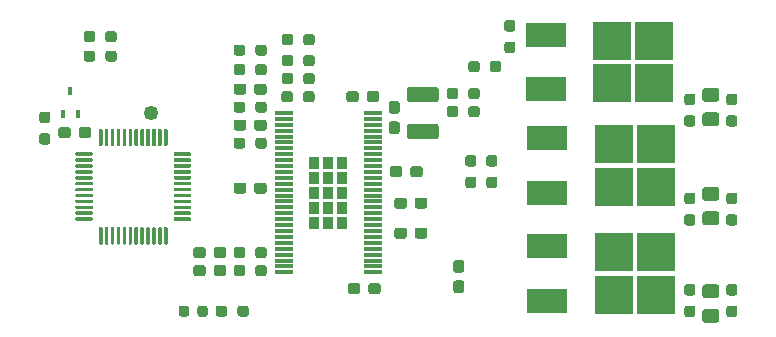
<source format=gtp>
G04 #@! TF.GenerationSoftware,KiCad,Pcbnew,5.1.10-1.fc32*
G04 #@! TF.CreationDate,2021-08-09T17:43:32+02:00*
G04 #@! TF.ProjectId,esc_brushless,6573635f-6272-4757-9368-6c6573732e6b,rev?*
G04 #@! TF.SameCoordinates,Original*
G04 #@! TF.FileFunction,Paste,Top*
G04 #@! TF.FilePolarity,Positive*
%FSLAX46Y46*%
G04 Gerber Fmt 4.6, Leading zero omitted, Abs format (unit mm)*
G04 Created by KiCad (PCBNEW 5.1.10-1.fc32) date 2021-08-09 17:43:32*
%MOMM*%
%LPD*%
G01*
G04 APERTURE LIST*
%ADD10R,0.450000X0.700000*%
%ADD11R,3.500000X2.000000*%
%ADD12R,3.300000X3.300000*%
%ADD13O,1.250000X1.250000*%
%ADD14R,1.550000X0.300000*%
%ADD15R,0.960000X1.030000*%
G04 APERTURE END LIST*
G36*
G01*
X248252000Y-118465000D02*
X247302000Y-118465000D01*
G75*
G02*
X247052000Y-118215000I0J250000D01*
G01*
X247052000Y-117540000D01*
G75*
G02*
X247302000Y-117290000I250000J0D01*
G01*
X248252000Y-117290000D01*
G75*
G02*
X248502000Y-117540000I0J-250000D01*
G01*
X248502000Y-118215000D01*
G75*
G02*
X248252000Y-118465000I-250000J0D01*
G01*
G37*
G36*
G01*
X248252000Y-116390000D02*
X247302000Y-116390000D01*
G75*
G02*
X247052000Y-116140000I0J250000D01*
G01*
X247052000Y-115465000D01*
G75*
G02*
X247302000Y-115215000I250000J0D01*
G01*
X248252000Y-115215000D01*
G75*
G02*
X248502000Y-115465000I0J-250000D01*
G01*
X248502000Y-116140000D01*
G75*
G02*
X248252000Y-116390000I-250000J0D01*
G01*
G37*
G36*
G01*
X248252000Y-108135000D02*
X247302000Y-108135000D01*
G75*
G02*
X247052000Y-107885000I0J250000D01*
G01*
X247052000Y-107210000D01*
G75*
G02*
X247302000Y-106960000I250000J0D01*
G01*
X248252000Y-106960000D01*
G75*
G02*
X248502000Y-107210000I0J-250000D01*
G01*
X248502000Y-107885000D01*
G75*
G02*
X248252000Y-108135000I-250000J0D01*
G01*
G37*
G36*
G01*
X248252000Y-110210000D02*
X247302000Y-110210000D01*
G75*
G02*
X247052000Y-109960000I0J250000D01*
G01*
X247052000Y-109285000D01*
G75*
G02*
X247302000Y-109035000I250000J0D01*
G01*
X248252000Y-109035000D01*
G75*
G02*
X248502000Y-109285000I0J-250000D01*
G01*
X248502000Y-109960000D01*
G75*
G02*
X248252000Y-110210000I-250000J0D01*
G01*
G37*
G36*
G01*
X248252000Y-101828000D02*
X247302000Y-101828000D01*
G75*
G02*
X247052000Y-101578000I0J250000D01*
G01*
X247052000Y-100903000D01*
G75*
G02*
X247302000Y-100653000I250000J0D01*
G01*
X248252000Y-100653000D01*
G75*
G02*
X248502000Y-100903000I0J-250000D01*
G01*
X248502000Y-101578000D01*
G75*
G02*
X248252000Y-101828000I-250000J0D01*
G01*
G37*
G36*
G01*
X248252000Y-99753000D02*
X247302000Y-99753000D01*
G75*
G02*
X247052000Y-99503000I0J250000D01*
G01*
X247052000Y-98828000D01*
G75*
G02*
X247302000Y-98578000I250000J0D01*
G01*
X248252000Y-98578000D01*
G75*
G02*
X248502000Y-98828000I0J-250000D01*
G01*
X248502000Y-99503000D01*
G75*
G02*
X248252000Y-99753000I-250000J0D01*
G01*
G37*
G36*
G01*
X224493002Y-102936000D02*
X222292998Y-102936000D01*
G75*
G02*
X222043000Y-102686002I0J249998D01*
G01*
X222043000Y-101860998D01*
G75*
G02*
X222292998Y-101611000I249998J0D01*
G01*
X224493002Y-101611000D01*
G75*
G02*
X224743000Y-101860998I0J-249998D01*
G01*
X224743000Y-102686002D01*
G75*
G02*
X224493002Y-102936000I-249998J0D01*
G01*
G37*
G36*
G01*
X224493002Y-99811000D02*
X222292998Y-99811000D01*
G75*
G02*
X222043000Y-99561002I0J249998D01*
G01*
X222043000Y-98735998D01*
G75*
G02*
X222292998Y-98486000I249998J0D01*
G01*
X224493002Y-98486000D01*
G75*
G02*
X224743000Y-98735998I0J-249998D01*
G01*
X224743000Y-99561002D01*
G75*
G02*
X224493002Y-99811000I-249998J0D01*
G01*
G37*
G36*
G01*
X219840000Y-115332500D02*
X219840000Y-115807500D01*
G75*
G02*
X219602500Y-116045000I-237500J0D01*
G01*
X219002500Y-116045000D01*
G75*
G02*
X218765000Y-115807500I0J237500D01*
G01*
X218765000Y-115332500D01*
G75*
G02*
X219002500Y-115095000I237500J0D01*
G01*
X219602500Y-115095000D01*
G75*
G02*
X219840000Y-115332500I0J-237500D01*
G01*
G37*
G36*
G01*
X218115000Y-115332500D02*
X218115000Y-115807500D01*
G75*
G02*
X217877500Y-116045000I-237500J0D01*
G01*
X217277500Y-116045000D01*
G75*
G02*
X217040000Y-115807500I0J237500D01*
G01*
X217040000Y-115332500D01*
G75*
G02*
X217277500Y-115095000I237500J0D01*
G01*
X217877500Y-115095000D01*
G75*
G02*
X218115000Y-115332500I0J-237500D01*
G01*
G37*
G36*
G01*
X221217500Y-100767000D02*
X220742500Y-100767000D01*
G75*
G02*
X220505000Y-100529500I0J237500D01*
G01*
X220505000Y-99929500D01*
G75*
G02*
X220742500Y-99692000I237500J0D01*
G01*
X221217500Y-99692000D01*
G75*
G02*
X221455000Y-99929500I0J-237500D01*
G01*
X221455000Y-100529500D01*
G75*
G02*
X221217500Y-100767000I-237500J0D01*
G01*
G37*
G36*
G01*
X221217500Y-102492000D02*
X220742500Y-102492000D01*
G75*
G02*
X220505000Y-102254500I0J237500D01*
G01*
X220505000Y-101654500D01*
G75*
G02*
X220742500Y-101417000I237500J0D01*
G01*
X221217500Y-101417000D01*
G75*
G02*
X221455000Y-101654500I0J-237500D01*
G01*
X221455000Y-102254500D01*
G75*
G02*
X221217500Y-102492000I-237500J0D01*
G01*
G37*
G36*
G01*
X205034000Y-112284500D02*
X205034000Y-112759500D01*
G75*
G02*
X204796500Y-112997000I-237500J0D01*
G01*
X204196500Y-112997000D01*
G75*
G02*
X203959000Y-112759500I0J237500D01*
G01*
X203959000Y-112284500D01*
G75*
G02*
X204196500Y-112047000I237500J0D01*
G01*
X204796500Y-112047000D01*
G75*
G02*
X205034000Y-112284500I0J-237500D01*
G01*
G37*
G36*
G01*
X206759000Y-112284500D02*
X206759000Y-112759500D01*
G75*
G02*
X206521500Y-112997000I-237500J0D01*
G01*
X205921500Y-112997000D01*
G75*
G02*
X205684000Y-112759500I0J237500D01*
G01*
X205684000Y-112284500D01*
G75*
G02*
X205921500Y-112047000I237500J0D01*
G01*
X206521500Y-112047000D01*
G75*
G02*
X206759000Y-112284500I0J-237500D01*
G01*
G37*
G36*
G01*
X206759000Y-113808500D02*
X206759000Y-114283500D01*
G75*
G02*
X206521500Y-114521000I-237500J0D01*
G01*
X205921500Y-114521000D01*
G75*
G02*
X205684000Y-114283500I0J237500D01*
G01*
X205684000Y-113808500D01*
G75*
G02*
X205921500Y-113571000I237500J0D01*
G01*
X206521500Y-113571000D01*
G75*
G02*
X206759000Y-113808500I0J-237500D01*
G01*
G37*
G36*
G01*
X205034000Y-113808500D02*
X205034000Y-114283500D01*
G75*
G02*
X204796500Y-114521000I-237500J0D01*
G01*
X204196500Y-114521000D01*
G75*
G02*
X203959000Y-114283500I0J237500D01*
G01*
X203959000Y-113808500D01*
G75*
G02*
X204196500Y-113571000I237500J0D01*
G01*
X204796500Y-113571000D01*
G75*
G02*
X205034000Y-113808500I0J-237500D01*
G01*
G37*
G36*
G01*
X219713000Y-99076500D02*
X219713000Y-99551500D01*
G75*
G02*
X219475500Y-99789000I-237500J0D01*
G01*
X218875500Y-99789000D01*
G75*
G02*
X218638000Y-99551500I0J237500D01*
G01*
X218638000Y-99076500D01*
G75*
G02*
X218875500Y-98839000I237500J0D01*
G01*
X219475500Y-98839000D01*
G75*
G02*
X219713000Y-99076500I0J-237500D01*
G01*
G37*
G36*
G01*
X217988000Y-99076500D02*
X217988000Y-99551500D01*
G75*
G02*
X217750500Y-99789000I-237500J0D01*
G01*
X217150500Y-99789000D01*
G75*
G02*
X216913000Y-99551500I0J237500D01*
G01*
X216913000Y-99076500D01*
G75*
G02*
X217150500Y-98839000I237500J0D01*
G01*
X217750500Y-98839000D01*
G75*
G02*
X217988000Y-99076500I0J-237500D01*
G01*
G37*
G36*
G01*
X220596000Y-105901500D02*
X220596000Y-105426500D01*
G75*
G02*
X220833500Y-105189000I237500J0D01*
G01*
X221433500Y-105189000D01*
G75*
G02*
X221671000Y-105426500I0J-237500D01*
G01*
X221671000Y-105901500D01*
G75*
G02*
X221433500Y-106139000I-237500J0D01*
G01*
X220833500Y-106139000D01*
G75*
G02*
X220596000Y-105901500I0J237500D01*
G01*
G37*
G36*
G01*
X222321000Y-105901500D02*
X222321000Y-105426500D01*
G75*
G02*
X222558500Y-105189000I237500J0D01*
G01*
X223158500Y-105189000D01*
G75*
G02*
X223396000Y-105426500I0J-237500D01*
G01*
X223396000Y-105901500D01*
G75*
G02*
X223158500Y-106139000I-237500J0D01*
G01*
X222558500Y-106139000D01*
G75*
G02*
X222321000Y-105901500I0J237500D01*
G01*
G37*
G36*
G01*
X222702000Y-108568500D02*
X222702000Y-108093500D01*
G75*
G02*
X222939500Y-107856000I237500J0D01*
G01*
X223539500Y-107856000D01*
G75*
G02*
X223777000Y-108093500I0J-237500D01*
G01*
X223777000Y-108568500D01*
G75*
G02*
X223539500Y-108806000I-237500J0D01*
G01*
X222939500Y-108806000D01*
G75*
G02*
X222702000Y-108568500I0J237500D01*
G01*
G37*
G36*
G01*
X220977000Y-108568500D02*
X220977000Y-108093500D01*
G75*
G02*
X221214500Y-107856000I237500J0D01*
G01*
X221814500Y-107856000D01*
G75*
G02*
X222052000Y-108093500I0J-237500D01*
G01*
X222052000Y-108568500D01*
G75*
G02*
X221814500Y-108806000I-237500J0D01*
G01*
X221214500Y-108806000D01*
G75*
G02*
X220977000Y-108568500I0J237500D01*
G01*
G37*
G36*
G01*
X220977000Y-111108500D02*
X220977000Y-110633500D01*
G75*
G02*
X221214500Y-110396000I237500J0D01*
G01*
X221814500Y-110396000D01*
G75*
G02*
X222052000Y-110633500I0J-237500D01*
G01*
X222052000Y-111108500D01*
G75*
G02*
X221814500Y-111346000I-237500J0D01*
G01*
X221214500Y-111346000D01*
G75*
G02*
X220977000Y-111108500I0J237500D01*
G01*
G37*
G36*
G01*
X222702000Y-111108500D02*
X222702000Y-110633500D01*
G75*
G02*
X222939500Y-110396000I237500J0D01*
G01*
X223539500Y-110396000D01*
G75*
G02*
X223777000Y-110633500I0J-237500D01*
G01*
X223777000Y-111108500D01*
G75*
G02*
X223539500Y-111346000I-237500J0D01*
G01*
X222939500Y-111346000D01*
G75*
G02*
X222702000Y-111108500I0J237500D01*
G01*
G37*
G36*
G01*
X208463000Y-106823500D02*
X208463000Y-107298500D01*
G75*
G02*
X208225500Y-107536000I-237500J0D01*
G01*
X207625500Y-107536000D01*
G75*
G02*
X207388000Y-107298500I0J237500D01*
G01*
X207388000Y-106823500D01*
G75*
G02*
X207625500Y-106586000I237500J0D01*
G01*
X208225500Y-106586000D01*
G75*
G02*
X208463000Y-106823500I0J-237500D01*
G01*
G37*
G36*
G01*
X210188000Y-106823500D02*
X210188000Y-107298500D01*
G75*
G02*
X209950500Y-107536000I-237500J0D01*
G01*
X209350500Y-107536000D01*
G75*
G02*
X209113000Y-107298500I0J237500D01*
G01*
X209113000Y-106823500D01*
G75*
G02*
X209350500Y-106586000I237500J0D01*
G01*
X209950500Y-106586000D01*
G75*
G02*
X210188000Y-106823500I0J-237500D01*
G01*
G37*
G36*
G01*
X207388000Y-98916500D02*
X207388000Y-98441500D01*
G75*
G02*
X207625500Y-98204000I237500J0D01*
G01*
X208225500Y-98204000D01*
G75*
G02*
X208463000Y-98441500I0J-237500D01*
G01*
X208463000Y-98916500D01*
G75*
G02*
X208225500Y-99154000I-237500J0D01*
G01*
X207625500Y-99154000D01*
G75*
G02*
X207388000Y-98916500I0J237500D01*
G01*
G37*
G36*
G01*
X209113000Y-98916500D02*
X209113000Y-98441500D01*
G75*
G02*
X209350500Y-98204000I237500J0D01*
G01*
X209950500Y-98204000D01*
G75*
G02*
X210188000Y-98441500I0J-237500D01*
G01*
X210188000Y-98916500D01*
G75*
G02*
X209950500Y-99154000I-237500J0D01*
G01*
X209350500Y-99154000D01*
G75*
G02*
X209113000Y-98916500I0J237500D01*
G01*
G37*
G36*
G01*
X208463000Y-101489500D02*
X208463000Y-101964500D01*
G75*
G02*
X208225500Y-102202000I-237500J0D01*
G01*
X207625500Y-102202000D01*
G75*
G02*
X207388000Y-101964500I0J237500D01*
G01*
X207388000Y-101489500D01*
G75*
G02*
X207625500Y-101252000I237500J0D01*
G01*
X208225500Y-101252000D01*
G75*
G02*
X208463000Y-101489500I0J-237500D01*
G01*
G37*
G36*
G01*
X210188000Y-101489500D02*
X210188000Y-101964500D01*
G75*
G02*
X209950500Y-102202000I-237500J0D01*
G01*
X209350500Y-102202000D01*
G75*
G02*
X209113000Y-101964500I0J237500D01*
G01*
X209113000Y-101489500D01*
G75*
G02*
X209350500Y-101252000I237500J0D01*
G01*
X209950500Y-101252000D01*
G75*
G02*
X210188000Y-101489500I0J-237500D01*
G01*
G37*
G36*
G01*
X195329000Y-102124500D02*
X195329000Y-102599500D01*
G75*
G02*
X195091500Y-102837000I-237500J0D01*
G01*
X194491500Y-102837000D01*
G75*
G02*
X194254000Y-102599500I0J237500D01*
G01*
X194254000Y-102124500D01*
G75*
G02*
X194491500Y-101887000I237500J0D01*
G01*
X195091500Y-101887000D01*
G75*
G02*
X195329000Y-102124500I0J-237500D01*
G01*
G37*
G36*
G01*
X193604000Y-102124500D02*
X193604000Y-102599500D01*
G75*
G02*
X193366500Y-102837000I-237500J0D01*
G01*
X192766500Y-102837000D01*
G75*
G02*
X192529000Y-102599500I0J237500D01*
G01*
X192529000Y-102124500D01*
G75*
G02*
X192766500Y-101887000I237500J0D01*
G01*
X193366500Y-101887000D01*
G75*
G02*
X193604000Y-102124500I0J-237500D01*
G01*
G37*
G36*
G01*
X202737000Y-117731250D02*
X202737000Y-117218750D01*
G75*
G02*
X202955750Y-117000000I218750J0D01*
G01*
X203393250Y-117000000D01*
G75*
G02*
X203612000Y-117218750I0J-218750D01*
G01*
X203612000Y-117731250D01*
G75*
G02*
X203393250Y-117950000I-218750J0D01*
G01*
X202955750Y-117950000D01*
G75*
G02*
X202737000Y-117731250I0J218750D01*
G01*
G37*
G36*
G01*
X204312000Y-117731250D02*
X204312000Y-117218750D01*
G75*
G02*
X204530750Y-117000000I218750J0D01*
G01*
X204968250Y-117000000D01*
G75*
G02*
X205187000Y-117218750I0J-218750D01*
G01*
X205187000Y-117731250D01*
G75*
G02*
X204968250Y-117950000I-218750J0D01*
G01*
X204530750Y-117950000D01*
G75*
G02*
X204312000Y-117731250I0J218750D01*
G01*
G37*
D10*
X192898000Y-100822000D03*
X194198000Y-100822000D03*
X193548000Y-98822000D03*
D11*
X233931000Y-112000000D03*
X233931000Y-116580000D03*
D12*
X239556000Y-112500000D03*
X243106000Y-112500000D03*
X239556000Y-116100000D03*
X243106000Y-116100000D03*
X243106000Y-106956000D03*
X239556000Y-106956000D03*
X243106000Y-103356000D03*
X239556000Y-103356000D03*
D11*
X233931000Y-107436000D03*
X233931000Y-102856000D03*
D12*
X242979000Y-98193000D03*
X239429000Y-98193000D03*
X242979000Y-94593000D03*
X239429000Y-94593000D03*
D11*
X233804000Y-98673000D03*
X233804000Y-94093000D03*
G36*
G01*
X191151500Y-100581000D02*
X191626500Y-100581000D01*
G75*
G02*
X191864000Y-100818500I0J-237500D01*
G01*
X191864000Y-101318500D01*
G75*
G02*
X191626500Y-101556000I-237500J0D01*
G01*
X191151500Y-101556000D01*
G75*
G02*
X190914000Y-101318500I0J237500D01*
G01*
X190914000Y-100818500D01*
G75*
G02*
X191151500Y-100581000I237500J0D01*
G01*
G37*
G36*
G01*
X191151500Y-102406000D02*
X191626500Y-102406000D01*
G75*
G02*
X191864000Y-102643500I0J-237500D01*
G01*
X191864000Y-103143500D01*
G75*
G02*
X191626500Y-103381000I-237500J0D01*
G01*
X191151500Y-103381000D01*
G75*
G02*
X190914000Y-103143500I0J237500D01*
G01*
X190914000Y-102643500D01*
G75*
G02*
X191151500Y-102406000I237500J0D01*
G01*
G37*
G36*
G01*
X205864000Y-117712500D02*
X205864000Y-117237500D01*
G75*
G02*
X206101500Y-117000000I237500J0D01*
G01*
X206601500Y-117000000D01*
G75*
G02*
X206839000Y-117237500I0J-237500D01*
G01*
X206839000Y-117712500D01*
G75*
G02*
X206601500Y-117950000I-237500J0D01*
G01*
X206101500Y-117950000D01*
G75*
G02*
X205864000Y-117712500I0J237500D01*
G01*
G37*
G36*
G01*
X207689000Y-117712500D02*
X207689000Y-117237500D01*
G75*
G02*
X207926500Y-117000000I237500J0D01*
G01*
X208426500Y-117000000D01*
G75*
G02*
X208664000Y-117237500I0J-237500D01*
G01*
X208664000Y-117712500D01*
G75*
G02*
X208426500Y-117950000I-237500J0D01*
G01*
X207926500Y-117950000D01*
G75*
G02*
X207689000Y-117712500I0J237500D01*
G01*
G37*
G36*
G01*
X227694500Y-105239000D02*
X227219500Y-105239000D01*
G75*
G02*
X226982000Y-105001500I0J237500D01*
G01*
X226982000Y-104501500D01*
G75*
G02*
X227219500Y-104264000I237500J0D01*
G01*
X227694500Y-104264000D01*
G75*
G02*
X227932000Y-104501500I0J-237500D01*
G01*
X227932000Y-105001500D01*
G75*
G02*
X227694500Y-105239000I-237500J0D01*
G01*
G37*
G36*
G01*
X227694500Y-107064000D02*
X227219500Y-107064000D01*
G75*
G02*
X226982000Y-106826500I0J237500D01*
G01*
X226982000Y-106326500D01*
G75*
G02*
X227219500Y-106089000I237500J0D01*
G01*
X227694500Y-106089000D01*
G75*
G02*
X227932000Y-106326500I0J-237500D01*
G01*
X227932000Y-106826500D01*
G75*
G02*
X227694500Y-107064000I-237500J0D01*
G01*
G37*
G36*
G01*
X228222000Y-100346500D02*
X228222000Y-100821500D01*
G75*
G02*
X227984500Y-101059000I-237500J0D01*
G01*
X227484500Y-101059000D01*
G75*
G02*
X227247000Y-100821500I0J237500D01*
G01*
X227247000Y-100346500D01*
G75*
G02*
X227484500Y-100109000I237500J0D01*
G01*
X227984500Y-100109000D01*
G75*
G02*
X228222000Y-100346500I0J-237500D01*
G01*
G37*
G36*
G01*
X226397000Y-100346500D02*
X226397000Y-100821500D01*
G75*
G02*
X226159500Y-101059000I-237500J0D01*
G01*
X225659500Y-101059000D01*
G75*
G02*
X225422000Y-100821500I0J237500D01*
G01*
X225422000Y-100346500D01*
G75*
G02*
X225659500Y-100109000I237500J0D01*
G01*
X226159500Y-100109000D01*
G75*
G02*
X226397000Y-100346500I0J-237500D01*
G01*
G37*
G36*
G01*
X230996500Y-93809000D02*
X230521500Y-93809000D01*
G75*
G02*
X230284000Y-93571500I0J237500D01*
G01*
X230284000Y-93071500D01*
G75*
G02*
X230521500Y-92834000I237500J0D01*
G01*
X230996500Y-92834000D01*
G75*
G02*
X231234000Y-93071500I0J-237500D01*
G01*
X231234000Y-93571500D01*
G75*
G02*
X230996500Y-93809000I-237500J0D01*
G01*
G37*
G36*
G01*
X230996500Y-95634000D02*
X230521500Y-95634000D01*
G75*
G02*
X230284000Y-95396500I0J237500D01*
G01*
X230284000Y-94896500D01*
G75*
G02*
X230521500Y-94659000I237500J0D01*
G01*
X230996500Y-94659000D01*
G75*
G02*
X231234000Y-94896500I0J-237500D01*
G01*
X231234000Y-95396500D01*
G75*
G02*
X230996500Y-95634000I-237500J0D01*
G01*
G37*
G36*
G01*
X229472500Y-107064000D02*
X228997500Y-107064000D01*
G75*
G02*
X228760000Y-106826500I0J237500D01*
G01*
X228760000Y-106326500D01*
G75*
G02*
X228997500Y-106089000I237500J0D01*
G01*
X229472500Y-106089000D01*
G75*
G02*
X229710000Y-106326500I0J-237500D01*
G01*
X229710000Y-106826500D01*
G75*
G02*
X229472500Y-107064000I-237500J0D01*
G01*
G37*
G36*
G01*
X229472500Y-105239000D02*
X228997500Y-105239000D01*
G75*
G02*
X228760000Y-105001500I0J237500D01*
G01*
X228760000Y-104501500D01*
G75*
G02*
X228997500Y-104264000I237500J0D01*
G01*
X229472500Y-104264000D01*
G75*
G02*
X229710000Y-104501500I0J-237500D01*
G01*
X229710000Y-105001500D01*
G75*
G02*
X229472500Y-105239000I-237500J0D01*
G01*
G37*
G36*
G01*
X226397000Y-98822500D02*
X226397000Y-99297500D01*
G75*
G02*
X226159500Y-99535000I-237500J0D01*
G01*
X225659500Y-99535000D01*
G75*
G02*
X225422000Y-99297500I0J237500D01*
G01*
X225422000Y-98822500D01*
G75*
G02*
X225659500Y-98585000I237500J0D01*
G01*
X226159500Y-98585000D01*
G75*
G02*
X226397000Y-98822500I0J-237500D01*
G01*
G37*
G36*
G01*
X228222000Y-98822500D02*
X228222000Y-99297500D01*
G75*
G02*
X227984500Y-99535000I-237500J0D01*
G01*
X227484500Y-99535000D01*
G75*
G02*
X227247000Y-99297500I0J237500D01*
G01*
X227247000Y-98822500D01*
G75*
G02*
X227484500Y-98585000I237500J0D01*
G01*
X227984500Y-98585000D01*
G75*
G02*
X228222000Y-98822500I0J-237500D01*
G01*
G37*
G36*
G01*
X230040000Y-96536500D02*
X230040000Y-97011500D01*
G75*
G02*
X229802500Y-97249000I-237500J0D01*
G01*
X229302500Y-97249000D01*
G75*
G02*
X229065000Y-97011500I0J237500D01*
G01*
X229065000Y-96536500D01*
G75*
G02*
X229302500Y-96299000I237500J0D01*
G01*
X229802500Y-96299000D01*
G75*
G02*
X230040000Y-96536500I0J-237500D01*
G01*
G37*
G36*
G01*
X228215000Y-96536500D02*
X228215000Y-97011500D01*
G75*
G02*
X227977500Y-97249000I-237500J0D01*
G01*
X227477500Y-97249000D01*
G75*
G02*
X227240000Y-97011500I0J237500D01*
G01*
X227240000Y-96536500D01*
G75*
G02*
X227477500Y-96299000I237500J0D01*
G01*
X227977500Y-96299000D01*
G75*
G02*
X228215000Y-96536500I0J-237500D01*
G01*
G37*
G36*
G01*
X246236500Y-117986000D02*
X245761500Y-117986000D01*
G75*
G02*
X245524000Y-117748500I0J237500D01*
G01*
X245524000Y-117248500D01*
G75*
G02*
X245761500Y-117011000I237500J0D01*
G01*
X246236500Y-117011000D01*
G75*
G02*
X246474000Y-117248500I0J-237500D01*
G01*
X246474000Y-117748500D01*
G75*
G02*
X246236500Y-117986000I-237500J0D01*
G01*
G37*
G36*
G01*
X246236500Y-116161000D02*
X245761500Y-116161000D01*
G75*
G02*
X245524000Y-115923500I0J237500D01*
G01*
X245524000Y-115423500D01*
G75*
G02*
X245761500Y-115186000I237500J0D01*
G01*
X246236500Y-115186000D01*
G75*
G02*
X246474000Y-115423500I0J-237500D01*
G01*
X246474000Y-115923500D01*
G75*
G02*
X246236500Y-116161000I-237500J0D01*
G01*
G37*
G36*
G01*
X249317500Y-117011000D02*
X249792500Y-117011000D01*
G75*
G02*
X250030000Y-117248500I0J-237500D01*
G01*
X250030000Y-117748500D01*
G75*
G02*
X249792500Y-117986000I-237500J0D01*
G01*
X249317500Y-117986000D01*
G75*
G02*
X249080000Y-117748500I0J237500D01*
G01*
X249080000Y-117248500D01*
G75*
G02*
X249317500Y-117011000I237500J0D01*
G01*
G37*
G36*
G01*
X249317500Y-115186000D02*
X249792500Y-115186000D01*
G75*
G02*
X250030000Y-115423500I0J-237500D01*
G01*
X250030000Y-115923500D01*
G75*
G02*
X249792500Y-116161000I-237500J0D01*
G01*
X249317500Y-116161000D01*
G75*
G02*
X249080000Y-115923500I0J237500D01*
G01*
X249080000Y-115423500D01*
G75*
G02*
X249317500Y-115186000I237500J0D01*
G01*
G37*
G36*
G01*
X246236500Y-108414000D02*
X245761500Y-108414000D01*
G75*
G02*
X245524000Y-108176500I0J237500D01*
G01*
X245524000Y-107676500D01*
G75*
G02*
X245761500Y-107439000I237500J0D01*
G01*
X246236500Y-107439000D01*
G75*
G02*
X246474000Y-107676500I0J-237500D01*
G01*
X246474000Y-108176500D01*
G75*
G02*
X246236500Y-108414000I-237500J0D01*
G01*
G37*
G36*
G01*
X246236500Y-110239000D02*
X245761500Y-110239000D01*
G75*
G02*
X245524000Y-110001500I0J237500D01*
G01*
X245524000Y-109501500D01*
G75*
G02*
X245761500Y-109264000I237500J0D01*
G01*
X246236500Y-109264000D01*
G75*
G02*
X246474000Y-109501500I0J-237500D01*
G01*
X246474000Y-110001500D01*
G75*
G02*
X246236500Y-110239000I-237500J0D01*
G01*
G37*
G36*
G01*
X249317500Y-107439000D02*
X249792500Y-107439000D01*
G75*
G02*
X250030000Y-107676500I0J-237500D01*
G01*
X250030000Y-108176500D01*
G75*
G02*
X249792500Y-108414000I-237500J0D01*
G01*
X249317500Y-108414000D01*
G75*
G02*
X249080000Y-108176500I0J237500D01*
G01*
X249080000Y-107676500D01*
G75*
G02*
X249317500Y-107439000I237500J0D01*
G01*
G37*
G36*
G01*
X249317500Y-109264000D02*
X249792500Y-109264000D01*
G75*
G02*
X250030000Y-109501500I0J-237500D01*
G01*
X250030000Y-110001500D01*
G75*
G02*
X249792500Y-110239000I-237500J0D01*
G01*
X249317500Y-110239000D01*
G75*
G02*
X249080000Y-110001500I0J237500D01*
G01*
X249080000Y-109501500D01*
G75*
G02*
X249317500Y-109264000I237500J0D01*
G01*
G37*
G36*
G01*
X246236500Y-101857000D02*
X245761500Y-101857000D01*
G75*
G02*
X245524000Y-101619500I0J237500D01*
G01*
X245524000Y-101119500D01*
G75*
G02*
X245761500Y-100882000I237500J0D01*
G01*
X246236500Y-100882000D01*
G75*
G02*
X246474000Y-101119500I0J-237500D01*
G01*
X246474000Y-101619500D01*
G75*
G02*
X246236500Y-101857000I-237500J0D01*
G01*
G37*
G36*
G01*
X246236500Y-100032000D02*
X245761500Y-100032000D01*
G75*
G02*
X245524000Y-99794500I0J237500D01*
G01*
X245524000Y-99294500D01*
G75*
G02*
X245761500Y-99057000I237500J0D01*
G01*
X246236500Y-99057000D01*
G75*
G02*
X246474000Y-99294500I0J-237500D01*
G01*
X246474000Y-99794500D01*
G75*
G02*
X246236500Y-100032000I-237500J0D01*
G01*
G37*
G36*
G01*
X249317500Y-100882000D02*
X249792500Y-100882000D01*
G75*
G02*
X250030000Y-101119500I0J-237500D01*
G01*
X250030000Y-101619500D01*
G75*
G02*
X249792500Y-101857000I-237500J0D01*
G01*
X249317500Y-101857000D01*
G75*
G02*
X249080000Y-101619500I0J237500D01*
G01*
X249080000Y-101119500D01*
G75*
G02*
X249317500Y-100882000I237500J0D01*
G01*
G37*
G36*
G01*
X249317500Y-99057000D02*
X249792500Y-99057000D01*
G75*
G02*
X250030000Y-99294500I0J-237500D01*
G01*
X250030000Y-99794500D01*
G75*
G02*
X249792500Y-100032000I-237500J0D01*
G01*
X249317500Y-100032000D01*
G75*
G02*
X249080000Y-99794500I0J237500D01*
G01*
X249080000Y-99294500D01*
G75*
G02*
X249317500Y-99057000I237500J0D01*
G01*
G37*
G36*
G01*
X211452000Y-94725500D02*
X211452000Y-94250500D01*
G75*
G02*
X211689500Y-94013000I237500J0D01*
G01*
X212189500Y-94013000D01*
G75*
G02*
X212427000Y-94250500I0J-237500D01*
G01*
X212427000Y-94725500D01*
G75*
G02*
X212189500Y-94963000I-237500J0D01*
G01*
X211689500Y-94963000D01*
G75*
G02*
X211452000Y-94725500I0J237500D01*
G01*
G37*
G36*
G01*
X213277000Y-94725500D02*
X213277000Y-94250500D01*
G75*
G02*
X213514500Y-94013000I237500J0D01*
G01*
X214014500Y-94013000D01*
G75*
G02*
X214252000Y-94250500I0J-237500D01*
G01*
X214252000Y-94725500D01*
G75*
G02*
X214014500Y-94963000I-237500J0D01*
G01*
X213514500Y-94963000D01*
G75*
G02*
X213277000Y-94725500I0J237500D01*
G01*
G37*
G36*
G01*
X210188000Y-103013500D02*
X210188000Y-103488500D01*
G75*
G02*
X209950500Y-103726000I-237500J0D01*
G01*
X209450500Y-103726000D01*
G75*
G02*
X209213000Y-103488500I0J237500D01*
G01*
X209213000Y-103013500D01*
G75*
G02*
X209450500Y-102776000I237500J0D01*
G01*
X209950500Y-102776000D01*
G75*
G02*
X210188000Y-103013500I0J-237500D01*
G01*
G37*
G36*
G01*
X208363000Y-103013500D02*
X208363000Y-103488500D01*
G75*
G02*
X208125500Y-103726000I-237500J0D01*
G01*
X207625500Y-103726000D01*
G75*
G02*
X207388000Y-103488500I0J237500D01*
G01*
X207388000Y-103013500D01*
G75*
G02*
X207625500Y-102776000I237500J0D01*
G01*
X208125500Y-102776000D01*
G75*
G02*
X208363000Y-103013500I0J-237500D01*
G01*
G37*
G36*
G01*
X209213000Y-95614500D02*
X209213000Y-95139500D01*
G75*
G02*
X209450500Y-94902000I237500J0D01*
G01*
X209950500Y-94902000D01*
G75*
G02*
X210188000Y-95139500I0J-237500D01*
G01*
X210188000Y-95614500D01*
G75*
G02*
X209950500Y-95852000I-237500J0D01*
G01*
X209450500Y-95852000D01*
G75*
G02*
X209213000Y-95614500I0J237500D01*
G01*
G37*
G36*
G01*
X207388000Y-95614500D02*
X207388000Y-95139500D01*
G75*
G02*
X207625500Y-94902000I237500J0D01*
G01*
X208125500Y-94902000D01*
G75*
G02*
X208363000Y-95139500I0J-237500D01*
G01*
X208363000Y-95614500D01*
G75*
G02*
X208125500Y-95852000I-237500J0D01*
G01*
X207625500Y-95852000D01*
G75*
G02*
X207388000Y-95614500I0J237500D01*
G01*
G37*
G36*
G01*
X210188000Y-112284500D02*
X210188000Y-112759500D01*
G75*
G02*
X209950500Y-112997000I-237500J0D01*
G01*
X209450500Y-112997000D01*
G75*
G02*
X209213000Y-112759500I0J237500D01*
G01*
X209213000Y-112284500D01*
G75*
G02*
X209450500Y-112047000I237500J0D01*
G01*
X209950500Y-112047000D01*
G75*
G02*
X210188000Y-112284500I0J-237500D01*
G01*
G37*
G36*
G01*
X208363000Y-112284500D02*
X208363000Y-112759500D01*
G75*
G02*
X208125500Y-112997000I-237500J0D01*
G01*
X207625500Y-112997000D01*
G75*
G02*
X207388000Y-112759500I0J237500D01*
G01*
X207388000Y-112284500D01*
G75*
G02*
X207625500Y-112047000I237500J0D01*
G01*
X208125500Y-112047000D01*
G75*
G02*
X208363000Y-112284500I0J-237500D01*
G01*
G37*
G36*
G01*
X208363000Y-113808500D02*
X208363000Y-114283500D01*
G75*
G02*
X208125500Y-114521000I-237500J0D01*
G01*
X207625500Y-114521000D01*
G75*
G02*
X207388000Y-114283500I0J237500D01*
G01*
X207388000Y-113808500D01*
G75*
G02*
X207625500Y-113571000I237500J0D01*
G01*
X208125500Y-113571000D01*
G75*
G02*
X208363000Y-113808500I0J-237500D01*
G01*
G37*
G36*
G01*
X210188000Y-113808500D02*
X210188000Y-114283500D01*
G75*
G02*
X209950500Y-114521000I-237500J0D01*
G01*
X209450500Y-114521000D01*
G75*
G02*
X209213000Y-114283500I0J237500D01*
G01*
X209213000Y-113808500D01*
G75*
G02*
X209450500Y-113571000I237500J0D01*
G01*
X209950500Y-113571000D01*
G75*
G02*
X210188000Y-113808500I0J-237500D01*
G01*
G37*
G36*
G01*
X208363000Y-96790500D02*
X208363000Y-97265500D01*
G75*
G02*
X208125500Y-97503000I-237500J0D01*
G01*
X207625500Y-97503000D01*
G75*
G02*
X207388000Y-97265500I0J237500D01*
G01*
X207388000Y-96790500D01*
G75*
G02*
X207625500Y-96553000I237500J0D01*
G01*
X208125500Y-96553000D01*
G75*
G02*
X208363000Y-96790500I0J-237500D01*
G01*
G37*
G36*
G01*
X210188000Y-96790500D02*
X210188000Y-97265500D01*
G75*
G02*
X209950500Y-97503000I-237500J0D01*
G01*
X209450500Y-97503000D01*
G75*
G02*
X209213000Y-97265500I0J237500D01*
G01*
X209213000Y-96790500D01*
G75*
G02*
X209450500Y-96553000I237500J0D01*
G01*
X209950500Y-96553000D01*
G75*
G02*
X210188000Y-96790500I0J-237500D01*
G01*
G37*
G36*
G01*
X211428500Y-99551500D02*
X211428500Y-99076500D01*
G75*
G02*
X211666000Y-98839000I237500J0D01*
G01*
X212166000Y-98839000D01*
G75*
G02*
X212403500Y-99076500I0J-237500D01*
G01*
X212403500Y-99551500D01*
G75*
G02*
X212166000Y-99789000I-237500J0D01*
G01*
X211666000Y-99789000D01*
G75*
G02*
X211428500Y-99551500I0J237500D01*
G01*
G37*
G36*
G01*
X213253500Y-99551500D02*
X213253500Y-99076500D01*
G75*
G02*
X213491000Y-98839000I237500J0D01*
G01*
X213991000Y-98839000D01*
G75*
G02*
X214228500Y-99076500I0J-237500D01*
G01*
X214228500Y-99551500D01*
G75*
G02*
X213991000Y-99789000I-237500J0D01*
G01*
X213491000Y-99789000D01*
G75*
G02*
X213253500Y-99551500I0J237500D01*
G01*
G37*
G36*
G01*
X211452000Y-96503500D02*
X211452000Y-96028500D01*
G75*
G02*
X211689500Y-95791000I237500J0D01*
G01*
X212189500Y-95791000D01*
G75*
G02*
X212427000Y-96028500I0J-237500D01*
G01*
X212427000Y-96503500D01*
G75*
G02*
X212189500Y-96741000I-237500J0D01*
G01*
X211689500Y-96741000D01*
G75*
G02*
X211452000Y-96503500I0J237500D01*
G01*
G37*
G36*
G01*
X213277000Y-96503500D02*
X213277000Y-96028500D01*
G75*
G02*
X213514500Y-95791000I237500J0D01*
G01*
X214014500Y-95791000D01*
G75*
G02*
X214252000Y-96028500I0J-237500D01*
G01*
X214252000Y-96503500D01*
G75*
G02*
X214014500Y-96741000I-237500J0D01*
G01*
X213514500Y-96741000D01*
G75*
G02*
X213277000Y-96503500I0J237500D01*
G01*
G37*
G36*
G01*
X212427000Y-97552500D02*
X212427000Y-98027500D01*
G75*
G02*
X212189500Y-98265000I-237500J0D01*
G01*
X211689500Y-98265000D01*
G75*
G02*
X211452000Y-98027500I0J237500D01*
G01*
X211452000Y-97552500D01*
G75*
G02*
X211689500Y-97315000I237500J0D01*
G01*
X212189500Y-97315000D01*
G75*
G02*
X212427000Y-97552500I0J-237500D01*
G01*
G37*
G36*
G01*
X214252000Y-97552500D02*
X214252000Y-98027500D01*
G75*
G02*
X214014500Y-98265000I-237500J0D01*
G01*
X213514500Y-98265000D01*
G75*
G02*
X213277000Y-98027500I0J237500D01*
G01*
X213277000Y-97552500D01*
G75*
G02*
X213514500Y-97315000I237500J0D01*
G01*
X214014500Y-97315000D01*
G75*
G02*
X214252000Y-97552500I0J-237500D01*
G01*
G37*
G36*
G01*
X210188000Y-99965500D02*
X210188000Y-100440500D01*
G75*
G02*
X209950500Y-100678000I-237500J0D01*
G01*
X209450500Y-100678000D01*
G75*
G02*
X209213000Y-100440500I0J237500D01*
G01*
X209213000Y-99965500D01*
G75*
G02*
X209450500Y-99728000I237500J0D01*
G01*
X209950500Y-99728000D01*
G75*
G02*
X210188000Y-99965500I0J-237500D01*
G01*
G37*
G36*
G01*
X208363000Y-99965500D02*
X208363000Y-100440500D01*
G75*
G02*
X208125500Y-100678000I-237500J0D01*
G01*
X207625500Y-100678000D01*
G75*
G02*
X207388000Y-100440500I0J237500D01*
G01*
X207388000Y-99965500D01*
G75*
G02*
X207625500Y-99728000I237500J0D01*
G01*
X208125500Y-99728000D01*
G75*
G02*
X208363000Y-99965500I0J-237500D01*
G01*
G37*
G36*
G01*
X195663000Y-93996500D02*
X195663000Y-94471500D01*
G75*
G02*
X195425500Y-94709000I-237500J0D01*
G01*
X194925500Y-94709000D01*
G75*
G02*
X194688000Y-94471500I0J237500D01*
G01*
X194688000Y-93996500D01*
G75*
G02*
X194925500Y-93759000I237500J0D01*
G01*
X195425500Y-93759000D01*
G75*
G02*
X195663000Y-93996500I0J-237500D01*
G01*
G37*
G36*
G01*
X197488000Y-93996500D02*
X197488000Y-94471500D01*
G75*
G02*
X197250500Y-94709000I-237500J0D01*
G01*
X196750500Y-94709000D01*
G75*
G02*
X196513000Y-94471500I0J237500D01*
G01*
X196513000Y-93996500D01*
G75*
G02*
X196750500Y-93759000I237500J0D01*
G01*
X197250500Y-93759000D01*
G75*
G02*
X197488000Y-93996500I0J-237500D01*
G01*
G37*
G36*
G01*
X196513000Y-96122500D02*
X196513000Y-95647500D01*
G75*
G02*
X196750500Y-95410000I237500J0D01*
G01*
X197250500Y-95410000D01*
G75*
G02*
X197488000Y-95647500I0J-237500D01*
G01*
X197488000Y-96122500D01*
G75*
G02*
X197250500Y-96360000I-237500J0D01*
G01*
X196750500Y-96360000D01*
G75*
G02*
X196513000Y-96122500I0J237500D01*
G01*
G37*
G36*
G01*
X194688000Y-96122500D02*
X194688000Y-95647500D01*
G75*
G02*
X194925500Y-95410000I237500J0D01*
G01*
X195425500Y-95410000D01*
G75*
G02*
X195663000Y-95647500I0J-237500D01*
G01*
X195663000Y-96122500D01*
G75*
G02*
X195425500Y-96360000I-237500J0D01*
G01*
X194925500Y-96360000D01*
G75*
G02*
X194688000Y-96122500I0J237500D01*
G01*
G37*
D13*
X200406000Y-100711000D03*
D14*
X211642000Y-100692000D03*
X211642000Y-101192000D03*
X211642000Y-101692000D03*
X211642000Y-102192000D03*
X211642000Y-102692000D03*
X211642000Y-103192000D03*
X211642000Y-103692000D03*
X211642000Y-104192000D03*
X211642000Y-104692000D03*
X211642000Y-105192000D03*
X211642000Y-105692000D03*
X211642000Y-106192000D03*
X211642000Y-106692000D03*
X211642000Y-107192000D03*
X211642000Y-107692000D03*
X211642000Y-108192000D03*
X211642000Y-108692000D03*
X211642000Y-109192000D03*
X211642000Y-109692000D03*
X211642000Y-110192000D03*
X211642000Y-110692000D03*
X211642000Y-111192000D03*
X211642000Y-111692000D03*
X211642000Y-112192000D03*
X211642000Y-112692000D03*
X211642000Y-113192000D03*
X211642000Y-113692000D03*
X211642000Y-114192000D03*
X219142000Y-114192000D03*
X219142000Y-113692000D03*
X219142000Y-113192000D03*
X219142000Y-112692000D03*
X219142000Y-112192000D03*
X219142000Y-111692000D03*
X219142000Y-111192000D03*
X219142000Y-110692000D03*
X219142000Y-110192000D03*
X219142000Y-109692000D03*
X219142000Y-109192000D03*
X219142000Y-108692000D03*
X219142000Y-108192000D03*
X219142000Y-107692000D03*
X219142000Y-107192000D03*
X219142000Y-106692000D03*
X219142000Y-106192000D03*
X219142000Y-105692000D03*
X219142000Y-105192000D03*
X219142000Y-104692000D03*
X219142000Y-104192000D03*
X219142000Y-103692000D03*
X219142000Y-103192000D03*
X219142000Y-102692000D03*
X219142000Y-102192000D03*
X219142000Y-101692000D03*
X219142000Y-101192000D03*
X219142000Y-100692000D03*
D15*
X214188600Y-104902000D03*
X215392000Y-104902000D03*
X216595400Y-104902000D03*
X216595400Y-106172000D03*
X215392000Y-106172000D03*
X214188600Y-106172000D03*
X216595400Y-107442000D03*
X215392000Y-107442000D03*
X214188600Y-107442000D03*
X216595400Y-108712000D03*
X215392000Y-108712000D03*
X214188600Y-108712000D03*
X216595400Y-109982000D03*
X215392000Y-109982000D03*
X214188600Y-109982000D03*
G36*
G01*
X193982000Y-104259000D02*
X193982000Y-104109000D01*
G75*
G02*
X194057000Y-104034000I75000J0D01*
G01*
X195382000Y-104034000D01*
G75*
G02*
X195457000Y-104109000I0J-75000D01*
G01*
X195457000Y-104259000D01*
G75*
G02*
X195382000Y-104334000I-75000J0D01*
G01*
X194057000Y-104334000D01*
G75*
G02*
X193982000Y-104259000I0J75000D01*
G01*
G37*
G36*
G01*
X193982000Y-104759000D02*
X193982000Y-104609000D01*
G75*
G02*
X194057000Y-104534000I75000J0D01*
G01*
X195382000Y-104534000D01*
G75*
G02*
X195457000Y-104609000I0J-75000D01*
G01*
X195457000Y-104759000D01*
G75*
G02*
X195382000Y-104834000I-75000J0D01*
G01*
X194057000Y-104834000D01*
G75*
G02*
X193982000Y-104759000I0J75000D01*
G01*
G37*
G36*
G01*
X193982000Y-105259000D02*
X193982000Y-105109000D01*
G75*
G02*
X194057000Y-105034000I75000J0D01*
G01*
X195382000Y-105034000D01*
G75*
G02*
X195457000Y-105109000I0J-75000D01*
G01*
X195457000Y-105259000D01*
G75*
G02*
X195382000Y-105334000I-75000J0D01*
G01*
X194057000Y-105334000D01*
G75*
G02*
X193982000Y-105259000I0J75000D01*
G01*
G37*
G36*
G01*
X193982000Y-105759000D02*
X193982000Y-105609000D01*
G75*
G02*
X194057000Y-105534000I75000J0D01*
G01*
X195382000Y-105534000D01*
G75*
G02*
X195457000Y-105609000I0J-75000D01*
G01*
X195457000Y-105759000D01*
G75*
G02*
X195382000Y-105834000I-75000J0D01*
G01*
X194057000Y-105834000D01*
G75*
G02*
X193982000Y-105759000I0J75000D01*
G01*
G37*
G36*
G01*
X193982000Y-106259000D02*
X193982000Y-106109000D01*
G75*
G02*
X194057000Y-106034000I75000J0D01*
G01*
X195382000Y-106034000D01*
G75*
G02*
X195457000Y-106109000I0J-75000D01*
G01*
X195457000Y-106259000D01*
G75*
G02*
X195382000Y-106334000I-75000J0D01*
G01*
X194057000Y-106334000D01*
G75*
G02*
X193982000Y-106259000I0J75000D01*
G01*
G37*
G36*
G01*
X193982000Y-106759000D02*
X193982000Y-106609000D01*
G75*
G02*
X194057000Y-106534000I75000J0D01*
G01*
X195382000Y-106534000D01*
G75*
G02*
X195457000Y-106609000I0J-75000D01*
G01*
X195457000Y-106759000D01*
G75*
G02*
X195382000Y-106834000I-75000J0D01*
G01*
X194057000Y-106834000D01*
G75*
G02*
X193982000Y-106759000I0J75000D01*
G01*
G37*
G36*
G01*
X193982000Y-107259000D02*
X193982000Y-107109000D01*
G75*
G02*
X194057000Y-107034000I75000J0D01*
G01*
X195382000Y-107034000D01*
G75*
G02*
X195457000Y-107109000I0J-75000D01*
G01*
X195457000Y-107259000D01*
G75*
G02*
X195382000Y-107334000I-75000J0D01*
G01*
X194057000Y-107334000D01*
G75*
G02*
X193982000Y-107259000I0J75000D01*
G01*
G37*
G36*
G01*
X193982000Y-107759000D02*
X193982000Y-107609000D01*
G75*
G02*
X194057000Y-107534000I75000J0D01*
G01*
X195382000Y-107534000D01*
G75*
G02*
X195457000Y-107609000I0J-75000D01*
G01*
X195457000Y-107759000D01*
G75*
G02*
X195382000Y-107834000I-75000J0D01*
G01*
X194057000Y-107834000D01*
G75*
G02*
X193982000Y-107759000I0J75000D01*
G01*
G37*
G36*
G01*
X193982000Y-108259000D02*
X193982000Y-108109000D01*
G75*
G02*
X194057000Y-108034000I75000J0D01*
G01*
X195382000Y-108034000D01*
G75*
G02*
X195457000Y-108109000I0J-75000D01*
G01*
X195457000Y-108259000D01*
G75*
G02*
X195382000Y-108334000I-75000J0D01*
G01*
X194057000Y-108334000D01*
G75*
G02*
X193982000Y-108259000I0J75000D01*
G01*
G37*
G36*
G01*
X193982000Y-108759000D02*
X193982000Y-108609000D01*
G75*
G02*
X194057000Y-108534000I75000J0D01*
G01*
X195382000Y-108534000D01*
G75*
G02*
X195457000Y-108609000I0J-75000D01*
G01*
X195457000Y-108759000D01*
G75*
G02*
X195382000Y-108834000I-75000J0D01*
G01*
X194057000Y-108834000D01*
G75*
G02*
X193982000Y-108759000I0J75000D01*
G01*
G37*
G36*
G01*
X193982000Y-109259000D02*
X193982000Y-109109000D01*
G75*
G02*
X194057000Y-109034000I75000J0D01*
G01*
X195382000Y-109034000D01*
G75*
G02*
X195457000Y-109109000I0J-75000D01*
G01*
X195457000Y-109259000D01*
G75*
G02*
X195382000Y-109334000I-75000J0D01*
G01*
X194057000Y-109334000D01*
G75*
G02*
X193982000Y-109259000I0J75000D01*
G01*
G37*
G36*
G01*
X193982000Y-109759000D02*
X193982000Y-109609000D01*
G75*
G02*
X194057000Y-109534000I75000J0D01*
G01*
X195382000Y-109534000D01*
G75*
G02*
X195457000Y-109609000I0J-75000D01*
G01*
X195457000Y-109759000D01*
G75*
G02*
X195382000Y-109834000I-75000J0D01*
G01*
X194057000Y-109834000D01*
G75*
G02*
X193982000Y-109759000I0J75000D01*
G01*
G37*
G36*
G01*
X195982000Y-111759000D02*
X195982000Y-110434000D01*
G75*
G02*
X196057000Y-110359000I75000J0D01*
G01*
X196207000Y-110359000D01*
G75*
G02*
X196282000Y-110434000I0J-75000D01*
G01*
X196282000Y-111759000D01*
G75*
G02*
X196207000Y-111834000I-75000J0D01*
G01*
X196057000Y-111834000D01*
G75*
G02*
X195982000Y-111759000I0J75000D01*
G01*
G37*
G36*
G01*
X196482000Y-111759000D02*
X196482000Y-110434000D01*
G75*
G02*
X196557000Y-110359000I75000J0D01*
G01*
X196707000Y-110359000D01*
G75*
G02*
X196782000Y-110434000I0J-75000D01*
G01*
X196782000Y-111759000D01*
G75*
G02*
X196707000Y-111834000I-75000J0D01*
G01*
X196557000Y-111834000D01*
G75*
G02*
X196482000Y-111759000I0J75000D01*
G01*
G37*
G36*
G01*
X196982000Y-111759000D02*
X196982000Y-110434000D01*
G75*
G02*
X197057000Y-110359000I75000J0D01*
G01*
X197207000Y-110359000D01*
G75*
G02*
X197282000Y-110434000I0J-75000D01*
G01*
X197282000Y-111759000D01*
G75*
G02*
X197207000Y-111834000I-75000J0D01*
G01*
X197057000Y-111834000D01*
G75*
G02*
X196982000Y-111759000I0J75000D01*
G01*
G37*
G36*
G01*
X197482000Y-111759000D02*
X197482000Y-110434000D01*
G75*
G02*
X197557000Y-110359000I75000J0D01*
G01*
X197707000Y-110359000D01*
G75*
G02*
X197782000Y-110434000I0J-75000D01*
G01*
X197782000Y-111759000D01*
G75*
G02*
X197707000Y-111834000I-75000J0D01*
G01*
X197557000Y-111834000D01*
G75*
G02*
X197482000Y-111759000I0J75000D01*
G01*
G37*
G36*
G01*
X197982000Y-111759000D02*
X197982000Y-110434000D01*
G75*
G02*
X198057000Y-110359000I75000J0D01*
G01*
X198207000Y-110359000D01*
G75*
G02*
X198282000Y-110434000I0J-75000D01*
G01*
X198282000Y-111759000D01*
G75*
G02*
X198207000Y-111834000I-75000J0D01*
G01*
X198057000Y-111834000D01*
G75*
G02*
X197982000Y-111759000I0J75000D01*
G01*
G37*
G36*
G01*
X198482000Y-111759000D02*
X198482000Y-110434000D01*
G75*
G02*
X198557000Y-110359000I75000J0D01*
G01*
X198707000Y-110359000D01*
G75*
G02*
X198782000Y-110434000I0J-75000D01*
G01*
X198782000Y-111759000D01*
G75*
G02*
X198707000Y-111834000I-75000J0D01*
G01*
X198557000Y-111834000D01*
G75*
G02*
X198482000Y-111759000I0J75000D01*
G01*
G37*
G36*
G01*
X198982000Y-111759000D02*
X198982000Y-110434000D01*
G75*
G02*
X199057000Y-110359000I75000J0D01*
G01*
X199207000Y-110359000D01*
G75*
G02*
X199282000Y-110434000I0J-75000D01*
G01*
X199282000Y-111759000D01*
G75*
G02*
X199207000Y-111834000I-75000J0D01*
G01*
X199057000Y-111834000D01*
G75*
G02*
X198982000Y-111759000I0J75000D01*
G01*
G37*
G36*
G01*
X199482000Y-111759000D02*
X199482000Y-110434000D01*
G75*
G02*
X199557000Y-110359000I75000J0D01*
G01*
X199707000Y-110359000D01*
G75*
G02*
X199782000Y-110434000I0J-75000D01*
G01*
X199782000Y-111759000D01*
G75*
G02*
X199707000Y-111834000I-75000J0D01*
G01*
X199557000Y-111834000D01*
G75*
G02*
X199482000Y-111759000I0J75000D01*
G01*
G37*
G36*
G01*
X199982000Y-111759000D02*
X199982000Y-110434000D01*
G75*
G02*
X200057000Y-110359000I75000J0D01*
G01*
X200207000Y-110359000D01*
G75*
G02*
X200282000Y-110434000I0J-75000D01*
G01*
X200282000Y-111759000D01*
G75*
G02*
X200207000Y-111834000I-75000J0D01*
G01*
X200057000Y-111834000D01*
G75*
G02*
X199982000Y-111759000I0J75000D01*
G01*
G37*
G36*
G01*
X200482000Y-111759000D02*
X200482000Y-110434000D01*
G75*
G02*
X200557000Y-110359000I75000J0D01*
G01*
X200707000Y-110359000D01*
G75*
G02*
X200782000Y-110434000I0J-75000D01*
G01*
X200782000Y-111759000D01*
G75*
G02*
X200707000Y-111834000I-75000J0D01*
G01*
X200557000Y-111834000D01*
G75*
G02*
X200482000Y-111759000I0J75000D01*
G01*
G37*
G36*
G01*
X200982000Y-111759000D02*
X200982000Y-110434000D01*
G75*
G02*
X201057000Y-110359000I75000J0D01*
G01*
X201207000Y-110359000D01*
G75*
G02*
X201282000Y-110434000I0J-75000D01*
G01*
X201282000Y-111759000D01*
G75*
G02*
X201207000Y-111834000I-75000J0D01*
G01*
X201057000Y-111834000D01*
G75*
G02*
X200982000Y-111759000I0J75000D01*
G01*
G37*
G36*
G01*
X201482000Y-111759000D02*
X201482000Y-110434000D01*
G75*
G02*
X201557000Y-110359000I75000J0D01*
G01*
X201707000Y-110359000D01*
G75*
G02*
X201782000Y-110434000I0J-75000D01*
G01*
X201782000Y-111759000D01*
G75*
G02*
X201707000Y-111834000I-75000J0D01*
G01*
X201557000Y-111834000D01*
G75*
G02*
X201482000Y-111759000I0J75000D01*
G01*
G37*
G36*
G01*
X202307000Y-109759000D02*
X202307000Y-109609000D01*
G75*
G02*
X202382000Y-109534000I75000J0D01*
G01*
X203707000Y-109534000D01*
G75*
G02*
X203782000Y-109609000I0J-75000D01*
G01*
X203782000Y-109759000D01*
G75*
G02*
X203707000Y-109834000I-75000J0D01*
G01*
X202382000Y-109834000D01*
G75*
G02*
X202307000Y-109759000I0J75000D01*
G01*
G37*
G36*
G01*
X202307000Y-109259000D02*
X202307000Y-109109000D01*
G75*
G02*
X202382000Y-109034000I75000J0D01*
G01*
X203707000Y-109034000D01*
G75*
G02*
X203782000Y-109109000I0J-75000D01*
G01*
X203782000Y-109259000D01*
G75*
G02*
X203707000Y-109334000I-75000J0D01*
G01*
X202382000Y-109334000D01*
G75*
G02*
X202307000Y-109259000I0J75000D01*
G01*
G37*
G36*
G01*
X202307000Y-108759000D02*
X202307000Y-108609000D01*
G75*
G02*
X202382000Y-108534000I75000J0D01*
G01*
X203707000Y-108534000D01*
G75*
G02*
X203782000Y-108609000I0J-75000D01*
G01*
X203782000Y-108759000D01*
G75*
G02*
X203707000Y-108834000I-75000J0D01*
G01*
X202382000Y-108834000D01*
G75*
G02*
X202307000Y-108759000I0J75000D01*
G01*
G37*
G36*
G01*
X202307000Y-108259000D02*
X202307000Y-108109000D01*
G75*
G02*
X202382000Y-108034000I75000J0D01*
G01*
X203707000Y-108034000D01*
G75*
G02*
X203782000Y-108109000I0J-75000D01*
G01*
X203782000Y-108259000D01*
G75*
G02*
X203707000Y-108334000I-75000J0D01*
G01*
X202382000Y-108334000D01*
G75*
G02*
X202307000Y-108259000I0J75000D01*
G01*
G37*
G36*
G01*
X202307000Y-107759000D02*
X202307000Y-107609000D01*
G75*
G02*
X202382000Y-107534000I75000J0D01*
G01*
X203707000Y-107534000D01*
G75*
G02*
X203782000Y-107609000I0J-75000D01*
G01*
X203782000Y-107759000D01*
G75*
G02*
X203707000Y-107834000I-75000J0D01*
G01*
X202382000Y-107834000D01*
G75*
G02*
X202307000Y-107759000I0J75000D01*
G01*
G37*
G36*
G01*
X202307000Y-107259000D02*
X202307000Y-107109000D01*
G75*
G02*
X202382000Y-107034000I75000J0D01*
G01*
X203707000Y-107034000D01*
G75*
G02*
X203782000Y-107109000I0J-75000D01*
G01*
X203782000Y-107259000D01*
G75*
G02*
X203707000Y-107334000I-75000J0D01*
G01*
X202382000Y-107334000D01*
G75*
G02*
X202307000Y-107259000I0J75000D01*
G01*
G37*
G36*
G01*
X202307000Y-106759000D02*
X202307000Y-106609000D01*
G75*
G02*
X202382000Y-106534000I75000J0D01*
G01*
X203707000Y-106534000D01*
G75*
G02*
X203782000Y-106609000I0J-75000D01*
G01*
X203782000Y-106759000D01*
G75*
G02*
X203707000Y-106834000I-75000J0D01*
G01*
X202382000Y-106834000D01*
G75*
G02*
X202307000Y-106759000I0J75000D01*
G01*
G37*
G36*
G01*
X202307000Y-106259000D02*
X202307000Y-106109000D01*
G75*
G02*
X202382000Y-106034000I75000J0D01*
G01*
X203707000Y-106034000D01*
G75*
G02*
X203782000Y-106109000I0J-75000D01*
G01*
X203782000Y-106259000D01*
G75*
G02*
X203707000Y-106334000I-75000J0D01*
G01*
X202382000Y-106334000D01*
G75*
G02*
X202307000Y-106259000I0J75000D01*
G01*
G37*
G36*
G01*
X202307000Y-105759000D02*
X202307000Y-105609000D01*
G75*
G02*
X202382000Y-105534000I75000J0D01*
G01*
X203707000Y-105534000D01*
G75*
G02*
X203782000Y-105609000I0J-75000D01*
G01*
X203782000Y-105759000D01*
G75*
G02*
X203707000Y-105834000I-75000J0D01*
G01*
X202382000Y-105834000D01*
G75*
G02*
X202307000Y-105759000I0J75000D01*
G01*
G37*
G36*
G01*
X202307000Y-105259000D02*
X202307000Y-105109000D01*
G75*
G02*
X202382000Y-105034000I75000J0D01*
G01*
X203707000Y-105034000D01*
G75*
G02*
X203782000Y-105109000I0J-75000D01*
G01*
X203782000Y-105259000D01*
G75*
G02*
X203707000Y-105334000I-75000J0D01*
G01*
X202382000Y-105334000D01*
G75*
G02*
X202307000Y-105259000I0J75000D01*
G01*
G37*
G36*
G01*
X202307000Y-104759000D02*
X202307000Y-104609000D01*
G75*
G02*
X202382000Y-104534000I75000J0D01*
G01*
X203707000Y-104534000D01*
G75*
G02*
X203782000Y-104609000I0J-75000D01*
G01*
X203782000Y-104759000D01*
G75*
G02*
X203707000Y-104834000I-75000J0D01*
G01*
X202382000Y-104834000D01*
G75*
G02*
X202307000Y-104759000I0J75000D01*
G01*
G37*
G36*
G01*
X202307000Y-104259000D02*
X202307000Y-104109000D01*
G75*
G02*
X202382000Y-104034000I75000J0D01*
G01*
X203707000Y-104034000D01*
G75*
G02*
X203782000Y-104109000I0J-75000D01*
G01*
X203782000Y-104259000D01*
G75*
G02*
X203707000Y-104334000I-75000J0D01*
G01*
X202382000Y-104334000D01*
G75*
G02*
X202307000Y-104259000I0J75000D01*
G01*
G37*
G36*
G01*
X201482000Y-103434000D02*
X201482000Y-102109000D01*
G75*
G02*
X201557000Y-102034000I75000J0D01*
G01*
X201707000Y-102034000D01*
G75*
G02*
X201782000Y-102109000I0J-75000D01*
G01*
X201782000Y-103434000D01*
G75*
G02*
X201707000Y-103509000I-75000J0D01*
G01*
X201557000Y-103509000D01*
G75*
G02*
X201482000Y-103434000I0J75000D01*
G01*
G37*
G36*
G01*
X200982000Y-103434000D02*
X200982000Y-102109000D01*
G75*
G02*
X201057000Y-102034000I75000J0D01*
G01*
X201207000Y-102034000D01*
G75*
G02*
X201282000Y-102109000I0J-75000D01*
G01*
X201282000Y-103434000D01*
G75*
G02*
X201207000Y-103509000I-75000J0D01*
G01*
X201057000Y-103509000D01*
G75*
G02*
X200982000Y-103434000I0J75000D01*
G01*
G37*
G36*
G01*
X200482000Y-103434000D02*
X200482000Y-102109000D01*
G75*
G02*
X200557000Y-102034000I75000J0D01*
G01*
X200707000Y-102034000D01*
G75*
G02*
X200782000Y-102109000I0J-75000D01*
G01*
X200782000Y-103434000D01*
G75*
G02*
X200707000Y-103509000I-75000J0D01*
G01*
X200557000Y-103509000D01*
G75*
G02*
X200482000Y-103434000I0J75000D01*
G01*
G37*
G36*
G01*
X199982000Y-103434000D02*
X199982000Y-102109000D01*
G75*
G02*
X200057000Y-102034000I75000J0D01*
G01*
X200207000Y-102034000D01*
G75*
G02*
X200282000Y-102109000I0J-75000D01*
G01*
X200282000Y-103434000D01*
G75*
G02*
X200207000Y-103509000I-75000J0D01*
G01*
X200057000Y-103509000D01*
G75*
G02*
X199982000Y-103434000I0J75000D01*
G01*
G37*
G36*
G01*
X199482000Y-103434000D02*
X199482000Y-102109000D01*
G75*
G02*
X199557000Y-102034000I75000J0D01*
G01*
X199707000Y-102034000D01*
G75*
G02*
X199782000Y-102109000I0J-75000D01*
G01*
X199782000Y-103434000D01*
G75*
G02*
X199707000Y-103509000I-75000J0D01*
G01*
X199557000Y-103509000D01*
G75*
G02*
X199482000Y-103434000I0J75000D01*
G01*
G37*
G36*
G01*
X198982000Y-103434000D02*
X198982000Y-102109000D01*
G75*
G02*
X199057000Y-102034000I75000J0D01*
G01*
X199207000Y-102034000D01*
G75*
G02*
X199282000Y-102109000I0J-75000D01*
G01*
X199282000Y-103434000D01*
G75*
G02*
X199207000Y-103509000I-75000J0D01*
G01*
X199057000Y-103509000D01*
G75*
G02*
X198982000Y-103434000I0J75000D01*
G01*
G37*
G36*
G01*
X198482000Y-103434000D02*
X198482000Y-102109000D01*
G75*
G02*
X198557000Y-102034000I75000J0D01*
G01*
X198707000Y-102034000D01*
G75*
G02*
X198782000Y-102109000I0J-75000D01*
G01*
X198782000Y-103434000D01*
G75*
G02*
X198707000Y-103509000I-75000J0D01*
G01*
X198557000Y-103509000D01*
G75*
G02*
X198482000Y-103434000I0J75000D01*
G01*
G37*
G36*
G01*
X197982000Y-103434000D02*
X197982000Y-102109000D01*
G75*
G02*
X198057000Y-102034000I75000J0D01*
G01*
X198207000Y-102034000D01*
G75*
G02*
X198282000Y-102109000I0J-75000D01*
G01*
X198282000Y-103434000D01*
G75*
G02*
X198207000Y-103509000I-75000J0D01*
G01*
X198057000Y-103509000D01*
G75*
G02*
X197982000Y-103434000I0J75000D01*
G01*
G37*
G36*
G01*
X197482000Y-103434000D02*
X197482000Y-102109000D01*
G75*
G02*
X197557000Y-102034000I75000J0D01*
G01*
X197707000Y-102034000D01*
G75*
G02*
X197782000Y-102109000I0J-75000D01*
G01*
X197782000Y-103434000D01*
G75*
G02*
X197707000Y-103509000I-75000J0D01*
G01*
X197557000Y-103509000D01*
G75*
G02*
X197482000Y-103434000I0J75000D01*
G01*
G37*
G36*
G01*
X196982000Y-103434000D02*
X196982000Y-102109000D01*
G75*
G02*
X197057000Y-102034000I75000J0D01*
G01*
X197207000Y-102034000D01*
G75*
G02*
X197282000Y-102109000I0J-75000D01*
G01*
X197282000Y-103434000D01*
G75*
G02*
X197207000Y-103509000I-75000J0D01*
G01*
X197057000Y-103509000D01*
G75*
G02*
X196982000Y-103434000I0J75000D01*
G01*
G37*
G36*
G01*
X196482000Y-103434000D02*
X196482000Y-102109000D01*
G75*
G02*
X196557000Y-102034000I75000J0D01*
G01*
X196707000Y-102034000D01*
G75*
G02*
X196782000Y-102109000I0J-75000D01*
G01*
X196782000Y-103434000D01*
G75*
G02*
X196707000Y-103509000I-75000J0D01*
G01*
X196557000Y-103509000D01*
G75*
G02*
X196482000Y-103434000I0J75000D01*
G01*
G37*
G36*
G01*
X195982000Y-103434000D02*
X195982000Y-102109000D01*
G75*
G02*
X196057000Y-102034000I75000J0D01*
G01*
X196207000Y-102034000D01*
G75*
G02*
X196282000Y-102109000I0J-75000D01*
G01*
X196282000Y-103434000D01*
G75*
G02*
X196207000Y-103509000I-75000J0D01*
G01*
X196057000Y-103509000D01*
G75*
G02*
X195982000Y-103434000I0J75000D01*
G01*
G37*
G36*
G01*
X226203500Y-113154000D02*
X226678500Y-113154000D01*
G75*
G02*
X226916000Y-113391500I0J-237500D01*
G01*
X226916000Y-113991500D01*
G75*
G02*
X226678500Y-114229000I-237500J0D01*
G01*
X226203500Y-114229000D01*
G75*
G02*
X225966000Y-113991500I0J237500D01*
G01*
X225966000Y-113391500D01*
G75*
G02*
X226203500Y-113154000I237500J0D01*
G01*
G37*
G36*
G01*
X226203500Y-114879000D02*
X226678500Y-114879000D01*
G75*
G02*
X226916000Y-115116500I0J-237500D01*
G01*
X226916000Y-115716500D01*
G75*
G02*
X226678500Y-115954000I-237500J0D01*
G01*
X226203500Y-115954000D01*
G75*
G02*
X225966000Y-115716500I0J237500D01*
G01*
X225966000Y-115116500D01*
G75*
G02*
X226203500Y-114879000I237500J0D01*
G01*
G37*
M02*

</source>
